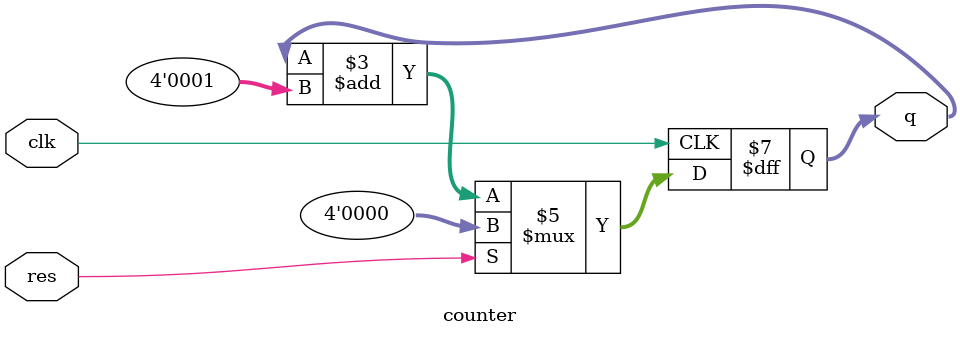
<source format=v>
module counter(clk, res, q);
input clk, res;
output reg [3:0] q;

always @(posedge clk) begin;
    if(res == 1'b1)
        q <= 4'b0000;
    else 
        q <= q + 4'b0001;
end
endmodule
</source>
